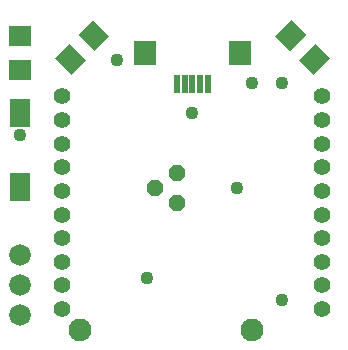
<source format=gbs>
G75*
%MOIN*%
%OFA0B0*%
%FSLAX24Y24*%
%IPPOS*%
%LPD*%
%AMOC8*
5,1,8,0,0,1.08239X$1,22.5*
%
%ADD10C,0.0560*%
%ADD11R,0.0690X0.0770*%
%ADD12OC8,0.0560*%
%ADD13R,0.0198X0.0611*%
%ADD14R,0.0769X0.0808*%
%ADD15R,0.0690X0.0966*%
%ADD16C,0.0720*%
%ADD17R,0.0770X0.0690*%
%ADD18C,0.0760*%
%ADD19C,0.0436*%
D10*
X014769Y012557D03*
X014769Y013344D03*
X014769Y014131D03*
X014769Y014919D03*
X014769Y015706D03*
X014769Y016494D03*
X014769Y017281D03*
X014769Y018069D03*
X014769Y018856D03*
X014769Y019643D03*
X023431Y019643D03*
X023431Y018856D03*
X023431Y018069D03*
X023431Y017281D03*
X023431Y016494D03*
X023431Y015706D03*
X023431Y014919D03*
X023431Y014131D03*
X023431Y013344D03*
X023431Y012557D03*
D11*
G36*
X023201Y021397D02*
X023689Y020909D01*
X023145Y020365D01*
X022657Y020853D01*
X023201Y021397D01*
G37*
G36*
X022409Y022189D02*
X022897Y021701D01*
X022353Y021157D01*
X021865Y021645D01*
X022409Y022189D01*
G37*
G36*
X015303Y021701D02*
X015791Y022189D01*
X016335Y021645D01*
X015847Y021157D01*
X015303Y021701D01*
G37*
G36*
X014511Y020909D02*
X014999Y021397D01*
X015543Y020853D01*
X015055Y020365D01*
X014511Y020909D01*
G37*
D12*
X018600Y017100D03*
X017850Y016600D03*
X018600Y016100D03*
D13*
X018588Y020057D03*
X018844Y020057D03*
X019100Y020057D03*
X019356Y020057D03*
X019612Y020057D03*
D14*
X020675Y021100D03*
X017525Y021100D03*
D15*
X013350Y019090D03*
X013350Y016610D03*
D16*
X013350Y012350D03*
X013350Y013350D03*
X013350Y014350D03*
D17*
X013350Y020540D03*
X013350Y021660D03*
D18*
X015350Y011850D03*
X021100Y011850D03*
D19*
X022100Y012850D03*
X017600Y013600D03*
X020600Y016600D03*
X019100Y019100D03*
X021100Y020100D03*
X022100Y020100D03*
X016600Y020850D03*
X013350Y018350D03*
M02*

</source>
